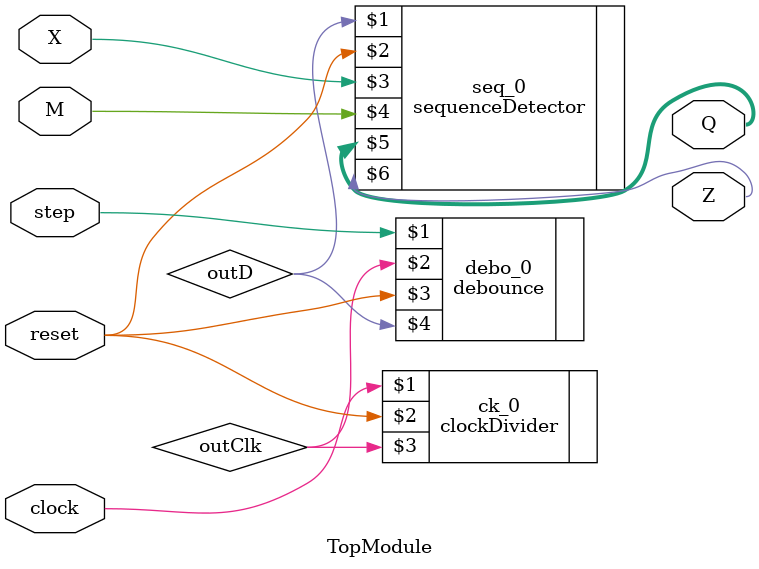
<source format=v>
`timescale 1ns / 1ps


module TopModule(X, M, clock, step, reset, Q, Z);

	// Inputs
	input        X ;
	input        M ;
	input    clock ;
	input     step ;
	input    reset ;

	// Outputs
	output       Z ;
	output [2:0] Q ;

   // Recieves the system clock (100MHz) and steps it
	// down to 500Hz. The output signal (outClk) goes 
	// to the clock input for the debounce module.
	clockDivider ck_0(clock, reset, outClk);
	
	// Recieves the button push (BTND) for the clock 
	// step and debounces the signal / creates a one
	// shot pulse from the signal, to be used as
	// the clock pulse for the sequence detector.
	debounce debo_0(step, outClk, reset, outD);
	
	// Checks if the sequence has been observed, and
	// outputs a one to LED[0] if it has. Clock input
	// comes from the output of the debounce module
	// (outD).
	sequenceDetector seq_0(outD, reset, X, M, Q, Z);

endmodule
</source>
